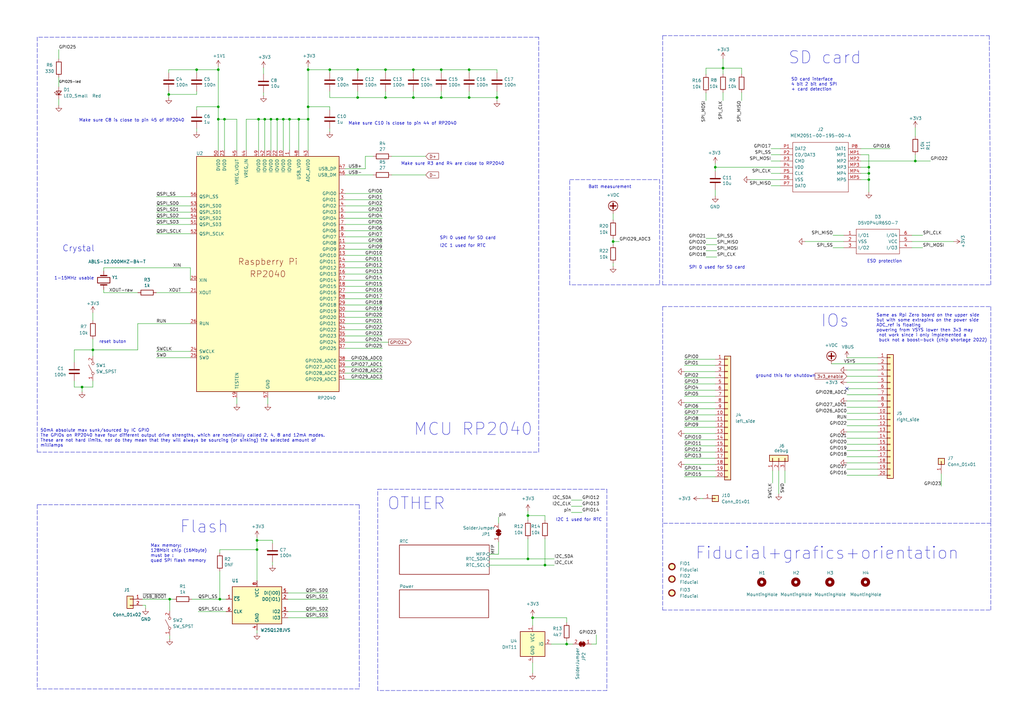
<source format=kicad_sch>
(kicad_sch (version 20211123) (generator eeschema)
  (paper "A3")
  (title_block (title "RP2040 learning board with Li ion battery and RTC") (rev "1"))
  (junction (at 169.545 40.005))
  (junction (at 203.835 40.005))
  (junction (at 218.44 253.365))
  (junction (at 108.585 48.895))
  (junction (at 118.745 48.895))
  (junction (at 106.045 48.895))
  (junction (at 90.17 245.745))
  (junction (at 105.41 221.615))
  (junction (at 89.535 48.895))
  (junction (at 375.412 66.04))
  (junction (at 126.365 48.895))
  (junction (at 89.535 43.815))
  (junction (at 113.665 48.895))
  (junction (at 192.405 28.575))
  (junction (at 89.535 28.575))
  (junction (at 192.405 40.005))
  (junction (at 111.125 48.895))
  (junction (at 69.215 38.735))
  (junction (at 296.545 27.94))
  (junction (at 80.645 28.575))
  (junction (at 126.365 43.815))
  (junction (at 158.115 40.005))
  (junction (at 116.205 48.895))
  (junction (at 135.255 28.575))
  (junction (at 158.115 28.575))
  (junction (at 293.37 68.58))
  (junction (at 180.975 28.575))
  (junction (at 356.362 68.58))
  (junction (at 146.685 40.005))
  (junction (at 69.596 245.745))
  (junction (at 251.46 99.06))
  (junction (at 38.1 143.51))
  (junction (at 216.535 229.235))
  (junction (at 146.685 28.575))
  (junction (at 180.975 40.005))
  (junction (at 223.52 231.775))
  (junction (at 356.362 73.66))
  (junction (at 33.655 158.75))
  (junction (at 122.555 48.895))
  (junction (at 126.365 28.575))
  (junction (at 356.362 71.12))
  (junction (at 232.41 264.16))
  (junction (at 105.41 225.425))
  (junction (at 92.075 48.895))
  (junction (at 169.545 28.575))
  (junction (at 216.535 211.455))
  (no_connect (at 347.345 159.385))
  (wire (pts (xy 141.605 132.715) (xy 156.845 132.715)))
  (wire (pts (xy 304.165 37.973) (xy 304.165 41.275)))
  (wire (pts (xy 169.545 37.465) (xy 169.545 40.005)))
  (wire (pts (xy 80.645 38.735) (xy 80.645 37.465)))
  (wire (pts (xy 89.535 28.575) (xy 89.535 43.815)))
  (wire (pts (xy 280.67 187.96) (xy 293.37 187.96)))
  (wire (pts (xy 360.045 187.325) (xy 347.345 187.325)))
  (wire (pts (xy 216.535 209.55) (xy 216.535 211.455)))
  (wire (pts (xy 280.67 147.32) (xy 293.37 147.32)))
  (wire (pts (xy 38.1 139.065) (xy 38.1 143.51)))
  (wire (pts (xy 64.135 86.995) (xy 78.105 86.995)))
  (polyline (pts (xy 248.92 200.66) (xy 248.92 283.21)))
  (wire (pts (xy 244.602 264.16) (xy 242.57 264.16)))
  (wire (pts (xy 346.075 96.52) (xy 341.63 96.52)))
  (wire (pts (xy 59.69 248.285) (xy 59.69 249.555)))
  (wire (pts (xy 304.165 27.94) (xy 304.165 30.353)))
  (wire (pts (xy 356.362 63.5) (xy 356.362 68.58)))
  (wire (pts (xy 280.67 190.5) (xy 293.37 190.5)))
  (wire (pts (xy 192.405 29.845) (xy 192.405 28.575)))
  (wire (pts (xy 375.412 52.324) (xy 375.412 55.88)))
  (wire (pts (xy 146.685 29.845) (xy 146.685 28.575)))
  (wire (pts (xy 141.605 94.615) (xy 156.845 94.615)))
  (wire (pts (xy 234.315 210.185) (xy 238.76 210.185)))
  (wire (pts (xy 89.535 48.895) (xy 89.535 61.595)))
  (wire (pts (xy 280.67 160.02) (xy 293.37 160.02)))
  (wire (pts (xy 141.605 89.535) (xy 156.845 89.535)))
  (wire (pts (xy 80.645 52.705) (xy 80.645 53.975)))
  (wire (pts (xy 200.66 229.235) (xy 216.535 229.235)))
  (wire (pts (xy 360.045 159.385) (xy 347.345 159.385)))
  (wire (pts (xy 204.47 222.25) (xy 204.47 227.33)))
  (wire (pts (xy 360.045 182.245) (xy 347.345 182.245)))
  (wire (pts (xy 69.215 38.735) (xy 80.645 38.735)))
  (wire (pts (xy 78.105 132.715) (xy 56.515 132.715)))
  (wire (pts (xy 374.015 96.52) (xy 378.46 96.52)))
  (polyline (pts (xy 220.98 185.42) (xy 220.98 15.24)))
  (wire (pts (xy 280.67 162.56) (xy 293.37 162.56)))
  (wire (pts (xy 80.645 28.575) (xy 89.535 28.575)))
  (wire (pts (xy 69.596 260.731) (xy 69.596 262.001)))
  (wire (pts (xy 251.46 87.63) (xy 251.46 90.17)))
  (wire (pts (xy 356.362 71.12) (xy 356.362 73.66)))
  (wire (pts (xy 64.135 84.455) (xy 78.105 84.455)))
  (wire (pts (xy 280.67 165.1) (xy 293.37 165.1)))
  (wire (pts (xy 141.605 147.955) (xy 156.845 147.955)))
  (wire (pts (xy 78.105 114.935) (xy 78.105 109.855)))
  (wire (pts (xy 226.06 264.16) (xy 232.41 264.16)))
  (wire (pts (xy 24.13 20.32) (xy 24.13 24.13)))
  (wire (pts (xy 192.405 37.465) (xy 192.405 40.005)))
  (wire (pts (xy 347.345 146.685) (xy 360.045 146.685)))
  (wire (pts (xy 347.345 174.625) (xy 360.045 174.625)))
  (wire (pts (xy 316.23 60.96) (xy 320.04 60.96)))
  (polyline (pts (xy 271.78 116.84) (xy 406.4 116.84)))
  (wire (pts (xy 126.365 43.815) (xy 126.365 48.895)))
  (wire (pts (xy 69.215 29.845) (xy 69.215 28.575)))
  (wire (pts (xy 118.745 48.895) (xy 118.745 61.595)))
  (wire (pts (xy 141.605 142.875) (xy 156.845 142.875)))
  (wire (pts (xy 118.11 243.205) (xy 134.62 243.205)))
  (wire (pts (xy 100.965 48.895) (xy 106.045 48.895)))
  (wire (pts (xy 232.41 262.89) (xy 232.41 264.16)))
  (wire (pts (xy 234.315 207.645) (xy 238.76 207.645)))
  (wire (pts (xy 289.56 38.1) (xy 289.56 41.275)))
  (wire (pts (xy 203.835 37.465) (xy 203.835 40.005)))
  (wire (pts (xy 33.655 158.75) (xy 30.48 158.75)))
  (wire (pts (xy 158.115 40.005) (xy 146.685 40.005)))
  (wire (pts (xy 169.545 40.005) (xy 158.115 40.005)))
  (wire (pts (xy 141.605 86.995) (xy 156.845 86.995)))
  (wire (pts (xy 118.745 48.895) (xy 122.555 48.895)))
  (wire (pts (xy 97.155 61.595) (xy 97.155 48.895)))
  (wire (pts (xy 89.535 43.815) (xy 89.535 48.895)))
  (wire (pts (xy 90.17 245.745) (xy 92.71 245.745)))
  (wire (pts (xy 280.67 175.26) (xy 293.37 175.26)))
  (wire (pts (xy 218.44 253.365) (xy 218.44 256.54)))
  (polyline (pts (xy 248.92 283.21) (xy 154.94 283.21)))
  (wire (pts (xy 141.605 97.155) (xy 156.845 97.155)))
  (wire (pts (xy 216.535 229.235) (xy 227.33 229.235)))
  (wire (pts (xy 192.405 28.575) (xy 203.835 28.575)))
  (wire (pts (xy 42.545 120.015) (xy 56.515 120.015)))
  (wire (pts (xy 135.255 28.575) (xy 146.685 28.575)))
  (wire (pts (xy 24.13 31.75) (xy 24.13 35.56)))
  (wire (pts (xy 105.41 220.345) (xy 105.41 221.615)))
  (wire (pts (xy 126.365 43.815) (xy 135.255 43.815)))
  (wire (pts (xy 296.545 27.94) (xy 296.545 30.353)))
  (wire (pts (xy 158.115 37.465) (xy 158.115 40.005)))
  (wire (pts (xy 141.605 122.555) (xy 156.845 122.555)))
  (wire (pts (xy 347.345 189.865) (xy 360.045 189.865)))
  (wire (pts (xy 58.42 248.285) (xy 59.69 248.285)))
  (wire (pts (xy 280.67 177.8) (xy 293.37 177.8)))
  (wire (pts (xy 244.602 260.35) (xy 244.602 264.16)))
  (wire (pts (xy 280.67 185.42) (xy 293.37 185.42)))
  (wire (pts (xy 30.48 143.51) (xy 38.1 143.51)))
  (wire (pts (xy 293.37 68.58) (xy 293.37 70.231)))
  (wire (pts (xy 347.345 154.305) (xy 360.045 154.305)))
  (wire (pts (xy 89.535 27.305) (xy 89.535 28.575)))
  (wire (pts (xy 223.52 211.455) (xy 223.52 213.36)))
  (wire (pts (xy 149.86 64.135) (xy 149.86 69.215)))
  (wire (pts (xy 141.605 135.255) (xy 156.845 135.255)))
  (wire (pts (xy 64.135 89.535) (xy 78.105 89.535)))
  (wire (pts (xy 346.075 101.6) (xy 341.63 101.6)))
  (wire (pts (xy 141.605 120.015) (xy 156.845 120.015)))
  (wire (pts (xy 141.605 130.175) (xy 156.845 130.175)))
  (wire (pts (xy 353.06 63.5) (xy 356.362 63.5)))
  (polyline (pts (xy 154.94 200.66) (xy 248.92 200.66)))
  (wire (pts (xy 92.075 61.595) (xy 92.075 48.895)))
  (wire (pts (xy 169.545 29.845) (xy 169.545 28.575)))
  (wire (pts (xy 78.105 95.885) (xy 64.135 95.885)))
  (wire (pts (xy 347.345 177.165) (xy 360.045 177.165)))
  (wire (pts (xy 280.67 154.94) (xy 293.37 154.94)))
  (polyline (pts (xy 406.4 214.63) (xy 271.78 214.63)))
  (wire (pts (xy 42.545 118.745) (xy 42.545 120.015)))
  (wire (pts (xy 289.56 27.94) (xy 289.56 30.48)))
  (wire (pts (xy 69.215 28.575) (xy 80.645 28.575)))
  (polyline (pts (xy 271.78 14.605) (xy 271.78 116.84)))
  (wire (pts (xy 146.685 37.465) (xy 146.685 40.005)))
  (wire (pts (xy 141.605 99.695) (xy 156.845 99.695)))
  (wire (pts (xy 180.975 29.845) (xy 180.975 28.575)))
  (wire (pts (xy 33.655 158.75) (xy 33.655 160.655)))
  (wire (pts (xy 69.596 245.745) (xy 58.42 245.745)))
  (wire (pts (xy 160.655 64.135) (xy 174.625 64.135)))
  (wire (pts (xy 108.585 61.595) (xy 108.585 48.895)))
  (polyline (pts (xy 406.4 125.73) (xy 406.4 214.63)))
  (polyline (pts (xy 270.51 73.66) (xy 270.51 116.84)))
  (wire (pts (xy 216.535 213.36) (xy 216.535 211.455)))
  (wire (pts (xy 111.76 221.615) (xy 105.41 221.615)))
  (wire (pts (xy 78.105 144.145) (xy 64.135 144.145)))
  (wire (pts (xy 353.06 66.04) (xy 375.412 66.04)))
  (wire (pts (xy 141.605 127.635) (xy 156.845 127.635)))
  (wire (pts (xy 108.077 37.973) (xy 108.077 39.243)))
  (wire (pts (xy 316.23 66.04) (xy 320.04 66.04)))
  (polyline (pts (xy 271.78 125.73) (xy 271.78 214.63)))
  (wire (pts (xy 218.44 252.73) (xy 218.44 253.365)))
  (wire (pts (xy 289.56 102.87) (xy 294.005 102.87)))
  (wire (pts (xy 289.56 105.41) (xy 294.005 105.41)))
  (wire (pts (xy 321.945 193.04) (xy 321.945 198.12)))
  (wire (pts (xy 56.515 132.715) (xy 56.515 143.51)))
  (wire (pts (xy 289.56 100.33) (xy 294.005 100.33)))
  (polyline (pts (xy 154.94 283.21) (xy 154.94 200.66)))
  (wire (pts (xy 135.255 45.085) (xy 135.255 43.815)))
  (wire (pts (xy 180.975 28.575) (xy 192.405 28.575)))
  (wire (pts (xy 251.46 99.06) (xy 251.46 100.33)))
  (wire (pts (xy 141.605 112.395) (xy 156.845 112.395)))
  (wire (pts (xy 141.605 125.095) (xy 156.845 125.095)))
  (wire (pts (xy 347.345 156.845) (xy 360.045 156.845)))
  (wire (pts (xy 97.155 163.195) (xy 97.155 165.735)))
  (polyline (pts (xy 271.78 14.605) (xy 405.765 14.605)))
  (wire (pts (xy 141.605 71.755) (xy 153.035 71.755)))
  (wire (pts (xy 108.077 27.813) (xy 108.077 30.353)))
  (wire (pts (xy 111.76 222.885) (xy 111.76 221.615)))
  (wire (pts (xy 360.045 164.465) (xy 347.345 164.465)))
  (wire (pts (xy 80.645 43.815) (xy 89.535 43.815)))
  (wire (pts (xy 141.605 69.215) (xy 149.86 69.215)))
  (wire (pts (xy 146.685 28.575) (xy 158.115 28.575)))
  (wire (pts (xy 111.76 230.505) (xy 111.76 231.775)))
  (wire (pts (xy 42.545 111.125) (xy 42.545 109.855)))
  (wire (pts (xy 287.02 204.47) (xy 288.29 204.47)))
  (wire (pts (xy 141.605 114.935) (xy 156.845 114.935)))
  (polyline (pts (xy 15.24 185.42) (xy 220.98 185.42)))
  (wire (pts (xy 360.045 192.405) (xy 347.345 192.405)))
  (polyline (pts (xy 147.32 207.01) (xy 15.24 207.01)))
  (wire (pts (xy 234.315 205.105) (xy 238.76 205.105)))
  (wire (pts (xy 118.11 253.365) (xy 134.62 253.365)))
  (wire (pts (xy 38.1 158.75) (xy 33.655 158.75)))
  (wire (pts (xy 113.665 48.895) (xy 116.205 48.895)))
  (wire (pts (xy 280.67 195.58) (xy 293.37 195.58)))
  (wire (pts (xy 280.67 172.72) (xy 293.37 172.72)))
  (wire (pts (xy 356.362 68.58) (xy 356.362 71.12)))
  (wire (pts (xy 111.125 61.595) (xy 111.125 48.895)))
  (polyline (pts (xy 15.24 207.01) (xy 15.24 282.575)))
  (wire (pts (xy 38.1 143.51) (xy 56.515 143.51)))
  (polyline (pts (xy 271.78 250.19) (xy 406.4 250.19)))
  (polyline (pts (xy 147.32 207.01) (xy 147.32 282.575)))
  (wire (pts (xy 141.605 81.915) (xy 156.845 81.915)))
  (wire (pts (xy 293.37 68.58) (xy 320.04 68.58)))
  (wire (pts (xy 135.255 37.465) (xy 135.255 40.005)))
  (wire (pts (xy 118.11 245.745) (xy 134.62 245.745)))
  (wire (pts (xy 42.545 109.855) (xy 78.105 109.855)))
  (wire (pts (xy 38.1 128.27) (xy 38.1 131.445)))
  (wire (pts (xy 293.37 67.056) (xy 293.37 68.58)))
  (wire (pts (xy 126.365 28.575) (xy 126.365 43.815)))
  (wire (pts (xy 353.06 60.96) (xy 365.125 60.96)))
  (wire (pts (xy 69.215 37.465) (xy 69.215 38.735)))
  (wire (pts (xy 135.255 29.845) (xy 135.255 28.575)))
  (wire (pts (xy 80.645 45.085) (xy 80.645 43.815)))
  (wire (pts (xy 204.47 212.09) (xy 204.47 214.63)))
  (wire (pts (xy 135.255 52.705) (xy 135.255 53.975)))
  (wire (pts (xy 78.74 245.745) (xy 90.17 245.745)))
  (wire (pts (xy 251.46 99.06) (xy 254 99.06)))
  (wire (pts (xy 203.835 40.005) (xy 203.835 41.275)))
  (wire (pts (xy 90.17 234.315) (xy 90.17 245.745)))
  (wire (pts (xy 347.345 169.545) (xy 360.045 169.545)))
  (polyline (pts (xy 15.24 282.575) (xy 147.32 282.575)))
  (wire (pts (xy 158.115 28.575) (xy 169.545 28.575)))
  (wire (pts (xy 316.23 71.12) (xy 320.04 71.12)))
  (wire (pts (xy 106.045 61.595) (xy 106.045 48.895)))
  (wire (pts (xy 92.075 48.895) (xy 89.535 48.895)))
  (wire (pts (xy 30.48 156.21) (xy 30.48 158.75)))
  (wire (pts (xy 200.66 231.775) (xy 223.52 231.775)))
  (wire (pts (xy 169.545 28.575) (xy 180.975 28.575)))
  (wire (pts (xy 360.045 184.785) (xy 347.345 184.785)))
  (wire (pts (xy 126.365 48.895) (xy 126.365 61.595)))
  (wire (pts (xy 360.045 167.005) (xy 347.345 167.005)))
  (wire (pts (xy 158.115 29.845) (xy 158.115 28.575)))
  (polyline (pts (xy 270.51 116.84) (xy 233.68 116.84)))
  (wire (pts (xy 78.105 80.645) (xy 64.135 80.645)))
  (wire (pts (xy 141.605 84.455) (xy 156.845 84.455)))
  (wire (pts (xy 38.1 143.51) (xy 38.1 146.05)))
  (wire (pts (xy 78.105 146.685) (xy 64.135 146.685)))
  (wire (pts (xy 316.23 63.5) (xy 320.04 63.5)))
  (polyline (pts (xy 233.68 73.66) (xy 270.51 73.66)))
  (wire (pts (xy 340.995 149.225) (xy 360.045 149.225)))
  (wire (pts (xy 30.48 143.51) (xy 30.48 148.59)))
  (wire (pts (xy 141.605 137.795) (xy 156.845 137.795)))
  (wire (pts (xy 251.46 107.95) (xy 251.46 109.22)))
  (wire (pts (xy 360.045 194.945) (xy 347.345 194.945)))
  (wire (pts (xy 356.362 73.66) (xy 353.06 73.66)))
  (wire (pts (xy 71.12 245.745) (xy 69.596 245.745)))
  (wire (pts (xy 232.41 253.365) (xy 218.44 253.365)))
  (wire (pts (xy 105.41 225.425) (xy 105.41 238.125)))
  (wire (pts (xy 113.665 61.595) (xy 113.665 48.895)))
  (wire (pts (xy 280.67 152.4) (xy 293.37 152.4)))
  (wire (pts (xy 223.52 231.775) (xy 227.33 231.775)))
  (wire (pts (xy 251.46 97.79) (xy 251.46 99.06)))
  (polyline (pts (xy 271.78 125.73) (xy 406.4 125.73)))
  (wire (pts (xy 289.56 27.94) (xy 296.545 27.94)))
  (polyline (pts (xy 220.98 15.24) (xy 15.24 15.24)))
  (wire (pts (xy 64.135 120.015) (xy 78.105 120.015)))
  (wire (pts (xy 106.045 48.895) (xy 108.585 48.895)))
  (polyline (pts (xy 271.78 214.63) (xy 271.78 250.19)))
  (wire (pts (xy 160.655 71.755) (xy 174.625 71.755)))
  (wire (pts (xy 64.135 92.075) (xy 78.105 92.075)))
  (wire (pts (xy 109.855 163.195) (xy 109.855 165.735)))
  (wire (pts (xy 280.67 167.64) (xy 293.37 167.64)))
  (wire (pts (xy 141.605 104.775) (xy 156.845 104.775)))
  (wire (pts (xy 116.205 61.595) (xy 116.205 48.895)))
  (wire (pts (xy 97.155 48.895) (xy 92.075 48.895)))
  (wire (pts (xy 180.975 37.465) (xy 180.975 40.005)))
  (wire (pts (xy 90.17 225.425) (xy 105.41 225.425)))
  (wire (pts (xy 141.605 150.495) (xy 156.845 150.495)))
  (wire (pts (xy 180.975 40.005) (xy 169.545 40.005)))
  (wire (pts (xy 69.215 38.735) (xy 69.215 40.005)))
  (wire (pts (xy 319.405 193.04) (xy 319.405 202.565)))
  (wire (pts (xy 316.865 193.04) (xy 316.865 198.12)))
  (wire (pts (xy 360.045 179.705) (xy 347.345 179.705)))
  (wire (pts (xy 216.535 211.455) (xy 223.52 211.455)))
  (wire (pts (xy 146.685 40.005) (xy 135.255 40.005)))
  (wire (pts (xy 280.67 182.88) (xy 293.37 182.88)))
  (polyline (pts (xy 406.4 250.19) (xy 406.4 214.63)))
  (wire (pts (xy 307.594 73.66) (xy 320.04 73.66)))
  (wire (pts (xy 141.605 92.075) (xy 156.845 92.075)))
  (wire (pts (xy 296.545 24.13) (xy 296.545 27.94)))
  (wire (pts (xy 141.605 107.315) (xy 156.845 107.315)))
  (wire (pts (xy 192.405 40.005) (xy 180.975 40.005)))
  (wire (pts (xy 116.205 48.895) (xy 118.745 48.895)))
  (wire (pts (xy 347.345 172.085) (xy 360.045 172.085)))
  (wire (pts (xy 90.17 226.695) (xy 90.17 225.425)))
  (wire (pts (xy 234.95 264.16) (xy 232.41 264.16)))
  (wire (pts (xy 141.605 117.475) (xy 156.845 117.475)))
  (wire (pts (xy 141.605 155.575) (xy 156.845 155.575)))
  (wire (pts (xy 100.965 61.595) (xy 100.965 48.895)))
  (wire (pts (xy 353.06 71.12) (xy 356.362 71.12)))
  (wire (pts (xy 105.41 221.615) (xy 105.41 225.425)))
  (wire (pts (xy 280.67 157.48) (xy 293.37 157.48)))
  (wire (pts (xy 203.835 29.845) (xy 203.835 28.575)))
  (wire (pts (xy 386.08 194.31) (xy 386.08 199.39)))
  (wire (pts (xy 218.44 271.78) (xy 218.44 276.098)))
  (wire (pts (xy 347.345 151.765) (xy 360.045 151.765)))
  (wire (pts (xy 122.555 48.895) (xy 126.365 48.895)))
  (wire (pts (xy 280.67 180.34) (xy 293.37 180.34)))
  (wire (pts (xy 280.67 170.18) (xy 293.37 170.18)))
  (wire (pts (xy 122.555 61.595) (xy 122.555 48.895)))
  (wire (pts (xy 374.015 101.6) (xy 378.46 101.6)))
  (wire (pts (xy 223.52 220.98) (xy 223.52 231.775)))
  (wire (pts (xy 149.86 64.135) (xy 153.035 64.135)))
  (wire (pts (xy 374.015 99.06) (xy 391.16 99.06)))
  (polyline (pts (xy 15.24 15.24) (xy 15.24 185.42)))
  (wire (pts (xy 293.37 77.851) (xy 293.37 80.391)))
  (wire (pts (xy 126.365 28.575) (xy 135.255 28.575)))
  (wire (pts (xy 81.28 250.825) (xy 92.71 250.825)))
  (wire (pts (xy 232.41 255.27) (xy 232.41 253.365)))
  (polyline (pts (xy 406.4 116.84) (xy 405.765 14.605)))
  (wire (pts (xy 289.56 97.79) (xy 294.005 97.79)))
  (wire (pts (xy 375.412 63.5) (xy 375.412 66.04)))
  (wire (pts (xy 353.06 68.58) (xy 356.362 68.58)))
  (wire (pts (xy 141.605 140.335) (xy 159.385 140.335)))
  (wire (pts (xy 141.605 109.855) (xy 156.845 109.855)))
  (wire (pts (xy 316.23 76.2) (xy 320.04 76.2)))
  (polyline (pts (xy 233.68 116.84) (xy 233.68 73.66)))
  (wire (pts (xy 296.545 37.973) (xy 296.545 41.275)))
  (wire (pts (xy 280.67 193.04) (xy 293.37 193.04)))
  (wire (pts (xy 105.41 258.445) (xy 105.41 259.715)))
  (wire (pts (xy 111.125 48.895) (xy 113.665 48.895)))
  (wire (pts (xy 126.365 27.305) (xy 126.365 28.575)))
  (wire (pts (xy 118.11 250.825) (xy 134.62 250.825)))
  (wire (pts (xy 24.13 40.64) (xy 24.13 43.18)))
  (wire (pts (xy 108.585 48.895) (xy 111.125 48.895)))
  (wire (pts (xy 356.362 78.74) (xy 356.362 73.66)))
  (wire (pts (xy 80.645 29.845) (xy 80.645 28.575)))
  (wire (pts (xy 141.605 153.035) (xy 156.845 153.035)))
  (wire (pts (xy 38.1 156.21) (xy 38.1 158.75)))
  (wire (pts (xy 192.405 40.005) (xy 203.835 40.005)))
  (wire (pts (xy 296.545 27.94) (xy 304.165 27.94)))
  (wire (pts (xy 216.535 220.98) (xy 216.535 229.235)))
  (wire (pts (xy 69.596 245.745) (xy 69.596 250.571)))
  (wire (pts (xy 200.66 227.33) (xy 204.47 227.33)))
  (wire (pts (xy 360.045 161.925) (xy 347.345 161.925)))
  (wire (pts (xy 141.605 102.235) (xy 156.845 102.235)))
  (wire (pts (xy 141.605 79.375) (xy 156.845 79.375)))
  (wire (pts (xy 330.2 99.06) (xy 346.075 99.06)))
  (wire (pts (xy 375.412 66.04) (xy 381.635 66.04)))
  (wire (pts (xy 280.67 149.86) (xy 293.37 149.86)))
  (text "I2C 1 used for RTC" (at 180.34 101.6 0) (effects (font (size 1.27 1.27)) (justify left bottom)))
  (text "Fiducial+grafics+orientation" (at 285.115 229.87 0) (effects (font (size 5 5)) (justify left bottom)))
  (text "SD card interface\n4 bit 2 bit and SPI\n+ card detection" (at 324.485 37.465 0) (effects (font (size 1.27 1.27)) (justify left bottom)))
  (text "OTHER" (at 158.75 209.55 0) (effects (font (size 5 5)) (justify left bottom)))
  (text "I2C 1 used for RTC" (at 227.965 213.995 0) (effects (font (size 1.27 1.27)) (justify left bottom)))
  (text "50mA absolute max sunk/sourced by IC GPIO\nThe GPIOs on RP2040 have four different output drive strengths, which are nominally called 2, 4, 8 and 12mA modes.\nThese are not hard limits, nor do they mean that they will always be sourcing (or sinking) the selected amount of\nmilliamps" (at 16.51 183.515 0) (effects (font (size 1.27 1.27)) (justify left bottom)))
  (text "IOs" (at 336.55 134.62 0) (effects (font (size 5 5)) (justify left bottom)))
  (text "Same as Rpi Zero board on the upper side\nbut with some extrapins on the power side\nADC_ref is floating\npowering from VSYS lower then 3v3 may\n not work since i only implemented a\n buck not a boost-buck (chip shortage 2022)" (at 359.41 140.335 0) (effects (font (size 1.27 1.27)) (justify left bottom)))
  (text "Flash" (at 73.66 219.075 0) (effects (font (size 5 5)) (justify left bottom)))
  (text "ground this for shutdown " (at 309.88 154.94 0) (effects (font (size 1.27 1.27)) (justify left bottom)))
  (text "Crystal" (at 25.527 103.505 0) (effects (font (size 2.54 2.54)) (justify left bottom)))
  (text "SD card" (at 323.215 26.67 0) (effects (font (size 5 5)) (justify left bottom)))
  (text "MCU RP2040" (at 169.545 179.07 0) (effects (font (size 5 5)) (justify left bottom)))
  (text "Make sure C8 is close to pin 45 of RP2040" (at 32.385 50.165 0) (effects (font (size 1.27 1.27)) (justify left bottom)))
  (text "SPI 0 used for SD card" (at 180.34 98.425 0) (effects (font (size 1.27 1.27)) (justify left bottom)))
  (text "Make sure R3 and R4 are close to RP2040" (at 164.465 67.945 0) (effects (font (size 1.27 1.27)) (justify left bottom)))
  (text "Max memory:\n128Mbit chip (16Mbyte)\nmust be :\nquad SPI flash memory" (at 61.722 230.759 0) (effects (font (size 1.27 1.27)) (justify left bottom)))
  (text "1-15MHz usable" (at 22.225 114.935 0) (effects (font (size 1.27 1.27)) (justify left bottom)))
  (text "Make sure C10 is close to pin 44 of RP2040" (at 142.875 51.435 0) (effects (font (size 1.27 1.27)) (justify left bottom)))
  (text "reset buton" (at 40.64 140.97 0) (effects (font (size 1.27 1.27)) (justify left bottom)))
  (text "SPI 0 used for SD card" (at 282.575 110.49 0) (effects (font (size 1.27 1.27)) (justify left bottom)))
  (text "ESD protection" (at 355.6 107.95 0) (effects (font (size 1.27 1.27)) (justify left bottom)))
  (text "Batt measurement" (at 241.3 77.47 0) (effects (font (size 1.27 1.27)) (justify left bottom)))
  (label "QSPI_SS" (at 81.28 245.745 0))
  (label "QSPI_SD2" (at 134.62 250.825 180))
  (label "GPIO26_ADC0" (at 347.345 169.545 180))
  (label "GPIO23" (at 386.08 199.39 180))
  (label "SPI_SS" (at 316.23 63.5 180))
  (label "RUN" (at 64.135 132.715 0))
  (label "GPIO6" (at 280.67 167.64 0))
  (label "GPIO18" (at 289.56 105.41 180))
  (label "GPIO16" (at 365.125 60.96 180))
  (label "~{USB_BOOT}" (at 58.42 245.745 0))
  (label "XOUT" (at 74.295 120.015 180))
  (label "GPIO17" (at 316.23 60.96 180))
  (label "GPIO25" (at 24.13 20.32 0))
  (label "SPI_MISO" (at 316.23 76.2 180))
  (label "GPIO0" (at 156.845 79.375 180))
  (label "GPIO11" (at 280.67 182.88 0))
  (label "QSPI_SD1" (at 134.62 245.745 180))
  (label "GPIO28_ADC2" (at 156.845 153.035 180))
  (label "USB+" (at 142.875 69.215 0))
  (label "I2C_SDA" (at 227.33 229.235 0))
  (label "SPI_CLK" (at 378.46 96.52 0))
  (label "GPIO11" (at 156.845 107.315 180))
  (label "QSPI_SD1" (at 64.135 86.995 0))
  (label "GPIO25-led" (at 24.13 34.29 0) (effects (font (size 1 1))))
  (label "GPIO24" (at 156.845 140.335 180))
  (label "GPIO14" (at 280.67 193.04 0))
  (label "GPIO8" (at 280.67 172.72 0))
  (label "XIN" (at 74.295 109.855 180))
  (label "SPI_MISO" (at 294.005 100.33 0))
  (label "pin" (at 204.47 212.09 0))
  (label "I2C_CLK" (at 234.315 207.645 180))
  (label "GPIO29_ADC3" (at 254 99.06 0))
  (label "GPIO15" (at 156.845 117.475 180))
  (label "GPIO4" (at 280.67 160.02 0))
  (label "GPIO9" (at 280.67 175.26 0))
  (label "GPIO22" (at 381.635 66.04 0))
  (label "GPIO5" (at 156.845 92.075 180))
  (label "GPIO15" (at 280.67 195.58 0))
  (label "SWD" (at 321.945 198.12 270))
  (label "GPIO20" (at 289.56 100.33 180))
  (label "GPIO2" (at 280.67 154.94 0))
  (label "GPIO20" (at 156.845 130.175 180))
  (label "SWD" (at 64.135 146.685 0))
  (label "GPIO12" (at 156.845 109.855 180))
  (label "SPI_CLK" (at 316.23 71.12 180))
  (label "QSPI_SD3" (at 134.62 253.365 180))
  (label "GPIO21" (at 347.345 179.705 180))
  (label "QSPI_SD0" (at 134.62 243.205 180))
  (label "VSYS" (at 346.075 149.225 0))
  (label "QSPI_SD3" (at 64.135 92.075 0))
  (label "GPIO27_ADC1" (at 347.345 167.005 180))
  (label "SPI_MOSI" (at 289.56 41.275 270))
  (label "GPIO3" (at 156.845 86.995 180))
  (label "QSPI_SCLK" (at 64.135 95.885 0))
  (label "I2C_SDA" (at 234.315 205.105 180))
  (label "GPIO29_ADC3" (at 156.845 155.575 180))
  (label "GPIO18" (at 347.345 187.325 180))
  (label "GPIO22" (at 347.345 174.625 180))
  (label "GPIO13" (at 238.76 207.645 0))
  (label "GPIO16" (at 347.345 194.945 180))
  (label "pin" (at 234.315 210.185 180))
  (label "QSPI_SD2" (at 64.135 89.535 0))
  (label "SPI_MISO" (at 341.63 96.52 180))
  (label "SPI_CLK" (at 296.545 41.275 270))
  (label "GPIO22" (at 156.845 135.255 180))
  (label "GPIO20" (at 347.345 182.245 180))
  (label "GPIO13" (at 156.845 112.395 180))
  (label "GPIO9" (at 156.845 102.235 180))
  (label "SPI_MISO" (at 304.165 41.275 270))
  (label "GPIO10" (at 280.67 180.34 0))
  (label "GPIO12" (at 280.67 185.42 0))
  (label "MFP" (at 203.2 227.33 90))
  (label "GPIO28_ADC2" (at 347.345 161.925 180))
  (label "GPIO19" (at 289.56 102.87 180))
  (label "GPIO13" (at 280.67 187.96 0))
  (label "SPI_SS" (at 341.63 101.6 180))
  (label "I2C_CLK" (at 227.33 231.775 0))
  (label "SPI_CLK" (at 294.005 105.41 0))
  (label "GPIO17" (at 347.345 192.405 180))
  (label "GPIO1" (at 280.67 149.86 0))
  (label "GPIO14" (at 156.845 114.935 180))
  (label "GPIO1" (at 156.845 81.915 180))
  (label "GPIO25" (at 156.845 142.875 180))
  (label "SPI_MOSI" (at 294.005 102.87 0))
  (label "GPIO18" (at 156.845 125.095 180))
  (label "GPIO12" (at 238.76 205.105 0))
  (label "XOUT-raw" (at 54.61 120.015 180))
  (label "USB-" (at 142.875 71.755 0))
  (label "QSPI_SCLK" (at 81.28 250.825 0))
  (label "GPIO26_ADC0" (at 156.845 147.955 180))
  (label "QSPI_SS" (at 64.135 80.645 0))
  (label "GPIO2" (at 156.845 84.455 180))
  (label "GPIO23" (at 244.602 260.35 180))
  (label "GPIO6" (at 156.845 94.615 180))
  (label "GPIO14" (at 238.76 210.185 0))
  (label "SWCLK" (at 316.865 198.12 270))
  (label "GPIO19" (at 156.845 127.635 180))
  (label "SWCLK" (at 64.135 144.145 0))
  (label "GPIO23" (at 156.845 137.795 180))
  (label "GPIO5" (at 280.67 162.56 0))
  (label "SPI_SS" (at 294.005 97.79 0))
  (label "GPIO21" (at 289.56 97.79 180))
  (label "SPI_MOSI" (at 378.46 101.6 0))
  (label "GPIO19" (at 347.345 184.785 180))
  (label "GPIO21" (at 156.845 132.715 180))
  (label "QSPI_SD0" (at 64.135 84.455 0))
  (label "GPIO8" (at 156.845 99.695 180))
  (label "GPIO17" (at 156.845 122.555 180))
  (label "GPIO16" (at 156.845 120.015 180))
  (label "RUN" (at 347.345 172.085 180))
  (label "GPIO7" (at 156.845 97.155 180))
  (label "GPIO0" (at 280.67 147.32 0))
  (label "GPIO4" (at 156.845 89.535 180))
  (label "GPIO3" (at 280.67 157.48 0))
  (label "GPIO27_ADC1" (at 156.845 150.495 180))
  (label "GPIO7" (at 280.67 170.18 0))
  (label "SPI_MOSI" (at 316.23 66.04 180))
  (label "GPIO10" (at 156.845 104.775 180))
  (global_label "D+" (shape input) (at 174.625 64.135 0) (property "Intersheet References" "${INTERSHEET_REFS}" (effects hide)))
  (global_label "3v3_enable" (shape input) (at 347.345 154.305 180) (property "Intersheet References" "${INTERSHEET_REFS}" (effects hide)))
  (global_label "GPIO24" (shape output) (at 159.385 140.335 0) (property "Intersheet References" "${INTERSHEET_REFS}" (effects hide)))
  (global_label "D-" (shape input) (at 174.625 71.755 0) (property "Intersheet References" "${INTERSHEET_REFS}" (effects hide)))
  (symbol (lib_id "Device:R") (at 251.46 93.98 0) (mirror x) (unit 1)
    (property "Reference" "R20" (at 247.65 92.71 0))
    (property "Value" "10k" (at 247.65 95.25 0))
    (property "Footprint" "Resistor_SMD:R_0603_1608Metric_Pad0.98x0.95mm_HandSolder" (effects hide))
  )
  (symbol (lib_id "Device:C") (at 30.48 152.4 0) (unit 1)
    (property "Reference" "C1" (at 23.495 151.13 0) (effects (justify left)))
    (property "Value" "100n" (at 22.225 153.67 0) (effects (justify left)))
    (property "Footprint" "Capacitor_SMD:C_0805_2012Metric_Pad1.18x1.45mm_HandSolder" (effects hide))
  )
  (symbol (lib_id "Device:C") (at 158.115 33.655 0) (unit 1)
    (property "Reference" "C13" (at 161.036 32.4866 0) (effects (justify left)))
    (property "Value" "100n" (at 161.036 34.798 0) (effects (justify left)))
    (property "Footprint" "Capacitor_SMD:C_0805_2012Metric_Pad1.18x1.45mm_HandSolder" (effects hide))
  )
  (symbol (lib_id "Device:LED_Small") (at 24.13 38.1 90) (unit 1)
    (property "Reference" "D1" (at 26.035 36.7664 90) (effects (justify right)))
    (property "Value" "LED_Small  Red" (at 26.035 39.3064 90) (effects (justify right)))
    (property "Footprint" "LED_SMD:LED_0603_1608Metric_Pad1.05x0.95mm_HandSolder" (effects hide))
  )
  (symbol (lib_id "Device:R") (at 375.412 59.69 180) (unit 1)
    (property "Reference" "R11" (at 380.6698 59.69 90))
    (property "Value" "10k" (at 378.3584 59.69 90))
    (property "Footprint" "Resistor_SMD:R_0603_1608Metric_Pad0.98x0.95mm_HandSolder" (effects hide))
  )
  (symbol (lib_id "Device:C") (at 69.215 33.655 0) (unit 1)
    (property "Reference" "C4" (at 72.136 32.4866 0) (effects (justify left)))
    (property "Value" "100n" (at 72.136 34.798 0) (effects (justify left)))
    (property "Footprint" "Capacitor_SMD:C_0805_2012Metric_Pad1.18x1.45mm_HandSolder" (effects hide))
  )
  (symbol (lib_id "Mechanical:MountingHole") (at 354.965 238.76 0) (unit 1) (in_bom no)
    (property "Reference" "H4" (at 353.695 234.95 0) (effects (justify left)))
    (property "Value" "MountingHole" (at 348.615 243.84 0) (effects (justify left)))
    (property "Footprint" "MountingHole:MountingHole_3.2mm_M3" (effects hide))
  )
  (symbol (lib_id "Device:R") (at 156.845 64.135 270) (unit 1)
    (property "Reference" "R4" (at 156.845 58.8772 90))
    (property "Value" "27" (at 156.845 61.1886 90))
    (property "Footprint" "Resistor_SMD:R_0603_1608Metric_Pad0.98x0.95mm_HandSolder" (effects hide))
  )
  (symbol (lib_id "Device:C") (at 108.077 34.163 0) (unit 1)
    (property "Reference" "C8" (at 110.998 32.9946 0) (effects (justify left)))
    (property "Value" "10u" (at 110.998 35.306 0) (effects (justify left)))
    (property "Footprint" "Capacitor_THT:CP_Radial_D8.0mm_P3.50mm" (effects hide))
  )
  (symbol (lib_id "SamacSys_Parts:MEM2051-00-195-00-A") (at 320.04 60.96 0) (unit 1)
    (property "Reference" "J2" (at 336.55 53.086 0))
    (property "Value" "MEM2051-00-195-00-A" (at 336.55 55.626 0))
    (property "Footprint" "SamacSys_Parts:MEM20510019500A" (effects hide))
    (property "Datasheet" "https://gct.co/files/drawings/mem2051.pdf" (effects hide))
    (property "Description" "MICRO SD PUSH PUSH, OPEN, SMT, 1" (effects hide))
    (property "Height" "2.05" (effects hide))
    (property "Mouser Part Number" "640-MEM20510019500A" (effects hide))
    (property "Mouser Price/Stock" "https://www.mouser.co.uk/ProductDetail/GCT/MEM2051-00-195-00-A?qs=KUoIvG%2F9Ilat7yfJRNWXUQ%3D%3D" (effects hide))
    (property "Manufacturer_Name" "GCT (GLOBAL CONNECTOR TECHNOLOGY)" (effects hide))
    (property "Manufacturer_Part_Number" "MEM2051-00-195-00-A" (effects hide))
  )
  (symbol (lib_id "Device:C") (at 135.255 48.895 0) (unit 1)
    (property "Reference" "C10" (at 138.176 47.7266 0) (effects (justify left)))
    (property "Value" "1u" (at 138.176 50.038 0) (effects (justify left)))
    (property "Footprint" "Capacitor_SMD:C_0805_2012Metric_Pad1.18x1.45mm_HandSolder" (effects hide))
  )
  (symbol (lib_id "power:GND") (at 251.46 109.22 0) (unit 1)
    (property "Reference" "#PWR070" (effects hide))
    (property "Value" "GND" (effects hide))
  )
  (symbol (lib_id "power:+3V3") (at 296.545 24.13 0) (unit 1)
    (property "Reference" "#PWR027" (effects hide))
    (property "Value" "+3V3" (at 296.545 20.32 0))
  )
  (symbol (lib_id "Mechanical:Fiducial") (at 275.59 232.41 0) (unit 1) (in_bom no)
    (property "Reference" "FID1" (at 278.765 231.1399 0) (effects (justify left)))
    (property "Value" "Fiducial" (at 278.765 233.6799 0) (effects (justify left)))
    (property "Footprint" "Fiducial:Fiducial_0.5mm_Mask1mm" (effects hide))
  )
  (symbol (lib_id "power:+3V3") (at 105.41 220.345 0) (unit 1)
    (property "Reference" "#PWR02" (effects hide))
    (property "Value" "+3V3" (at 105.791 215.9508 0))
  )
  (symbol (lib_id "Mechanical:Fiducial") (at 275.59 237.49 0) (unit 1) (in_bom no)
    (property "Reference" "FID2" (at 278.765 236.2199 0) (effects (justify left)))
    (property "Value" "Fiducial" (at 278.765 238.7599 0) (effects (justify left)))
    (property "Footprint" "Symbol:KiCad-Logo2_8mm_SilkScreen" (effects hide))
  )
  (symbol (lib_id "power:VBUS") (at 347.345 146.685 0) (unit 1)
    (property "Reference" "#PWR025" (effects hide))
    (property "Value" "VBUS" (at 347.726 142.2908 0))
  )
  (symbol (lib_id "Switch:SW_SPST") (at 69.596 255.651 90) (unit 1)
    (property "Reference" "SW2" (at 70.866 254.3809 90) (effects (justify right)))
    (property "Value" "SW_SPST" (at 70.866 256.9209 90) (effects (justify right)))
    (property "Footprint" "SamacSys_Parts:PTS526SK15SMTR2LFS" (effects hide))
  )
  (symbol (lib_id "Device:R") (at 251.46 104.14 0) (mirror x) (unit 1)
    (property "Reference" "R22" (at 247.65 102.87 0))
    (property "Value" "10k" (at 247.65 105.41 0))
    (property "Footprint" "Resistor_SMD:R_0603_1608Metric_Pad0.98x0.95mm_HandSolder" (effects hide))
  )
  (symbol (lib_id "power:+3V3") (at 375.412 52.324 0) (unit 1)
    (property "Reference" "#PWR032" (effects hide))
    (property "Value" "+3V3" (at 375.412 48.514 0))
  )
  (symbol (lib_id "Device:R") (at 60.325 120.015 270) (unit 1)
    (property "Reference" "R3" (at 60.325 114.7572 90))
    (property "Value" "1k" (at 60.325 117.0686 90))
    (property "Footprint" "Resistor_SMD:R_0603_1608Metric_Pad0.98x0.95mm_HandSolder" (effects hide))
  )
  (symbol (lib_id "Device:R") (at 38.1 135.255 0) (mirror x) (unit 1)
    (property "Reference" "R7" (at 34.29 133.985 0))
    (property "Value" "10k" (at 34.29 136.525 0))
    (property "Footprint" "Resistor_SMD:R_0603_1608Metric_Pad0.98x0.95mm_HandSolder" (effects hide))
  )
  (symbol (lib_id "Connector_Generic:Conn_01x03") (at 319.405 187.96 90) (unit 1)
    (property "Reference" "J6" (at 319.405 182.88 90) (effects (justify right)))
    (property "Value" "debug" (at 317.5 184.785 90) (effects (justify right)))
    (property "Footprint" "Connector_PinSocket_2.54mm:PinSocket_1x03_P2.54mm_Vertical" (effects hide))
  )
  (symbol (lib_id "power:+3.3V") (at 293.37 67.056 0) (mirror y) (unit 1)
    (property "Reference" "#PWR019" (effects hide))
    (property "Value" "+3.3V" (at 292.989 62.6618 0))
  )
  (symbol (lib_id "Device:C") (at 180.975 33.655 0) (unit 1)
    (property "Reference" "C15" (at 183.896 32.4866 0) (effects (justify left)))
    (property "Value" "100n" (at 183.896 34.798 0) (effects (justify left)))
    (property "Footprint" "Capacitor_SMD:C_0805_2012Metric_Pad1.18x1.45mm_HandSolder" (effects hide))
  )
  (symbol (lib_id "Mechanical:MountingHole") (at 340.36 238.76 0) (unit 1) (in_bom no)
    (property "Reference" "H3" (at 339.09 234.95 0) (effects (justify left)))
    (property "Value" "MountingHole" (at 334.01 243.84 0) (effects (justify left)))
    (property "Footprint" "MountingHole:MountingHole_3.2mm_M3" (effects hide))
  )
  (symbol (lib_id "power:GND") (at 105.41 259.715 0) (unit 1)
    (property "Reference" "#PWR03" (effects hide))
    (property "Value" "GND" (effects hide))
  )
  (symbol (lib_id "power:GND") (at 80.645 53.975 0) (unit 1)
    (property "Reference" "#PWR08" (effects hide))
    (property "Value" "GND" (effects hide))
  )
  (symbol (lib_id "Device:C") (at 203.835 33.655 0) (unit 1)
    (property "Reference" "C17" (at 206.756 32.4866 0) (effects (justify left)))
    (property "Value" "100n" (at 206.756 34.798 0) (effects (justify left)))
    (property "Footprint" "Capacitor_SMD:C_0805_2012Metric_Pad1.18x1.45mm_HandSolder" (effects hide))
  )
  (symbol (lib_id "power:GND") (at 69.215 40.005 0) (unit 1)
    (property "Reference" "#PWR06" (effects hide))
    (property "Value" "GND" (effects hide))
  )
  (symbol (lib_id "power:GND") (at 347.345 151.765 270) (mirror x) (unit 1)
    (property "Reference" "#PWR053" (effects hide))
    (property "Value" "GND" (effects hide))
  )
  (symbol (lib_id "Mechanical:MountingHole") (at 312.42 238.76 0) (unit 1) (in_bom no)
    (property "Reference" "H1" (at 311.15 234.95 0) (effects (justify left)))
    (property "Value" "MountingHole" (at 306.07 243.84 0) (effects (justify left)))
    (property "Footprint" "MountingHole:MountingHole_3.2mm_M3" (effects hide))
  )
  (symbol (lib_id "power:GND") (at 307.594 73.66 270) (unit 1)
    (property "Reference" "#PWR029" (effects hide))
    (property "Value" "GND" (effects hide))
  )
  (symbol (lib_id "Device:R") (at 296.545 34.163 0) (mirror x) (unit 1)
    (property "Reference" "R8" (at 292.735 32.893 0))
    (property "Value" "10k" (at 292.735 35.433 0))
    (property "Footprint" "Resistor_SMD:R_0603_1608Metric_Pad0.98x0.95mm_HandSolder" (effects hide))
  )
  (symbol (lib_id "power:GND") (at 59.69 249.555 0) (unit 1)
    (property "Reference" "#PWR01" (effects hide))
    (property "Value" "GND" (at 59.817 253.9492 0))
  )
  (symbol (lib_id "Switch:SW_SPST") (at 38.1 151.13 90) (unit 1)
    (property "Reference" "SW1" (at 39.37 149.8599 90) (effects (justify right)))
    (property "Value" "SW_SPST" (at 39.37 152.3999 90) (effects (justify right)))
    (property "Footprint" "SamacSys_Parts:PTS526SK15SMTR2LFS" (effects hide))
  )
  (symbol (lib_id "power:+VDC") (at 340.995 149.225 0) (unit 1)
    (property "Reference" "#PWR0107" (effects hide))
    (property "Value" "+VDC" (at 340.995 141.605 0))
  )
  (symbol (lib_id "power:GND") (at 319.405 202.565 0) (mirror y) (unit 1)
    (property "Reference" "#PWR038" (effects hide))
    (property "Value" "GND" (effects hide))
  )
  (symbol (lib_id "power:+3V3") (at 126.365 27.305 0) (unit 1)
    (property "Reference" "#PWR017" (effects hide))
    (property "Value" "+3V3" (at 126.746 22.9108 0))
  )
  (symbol (lib_id "power:GND") (at 347.345 189.865 270) (mirror x) (unit 1)
    (property "Reference" "#PWR056" (effects hide))
    (property "Value" "GND" (effects hide))
  )
  (symbol (lib_id "power:+VDC") (at 251.46 87.63 0) (unit 1)
    (property "Reference" "#PWR067" (effects hide))
    (property "Value" "+VDC" (at 251.46 80.01 0))
  )
  (symbol (lib_id "Device:C") (at 80.645 48.895 0) (unit 1)
    (property "Reference" "C6" (at 83.566 47.7266 0) (effects (justify left)))
    (property "Value" "1u" (at 83.566 50.038 0) (effects (justify left)))
    (property "Footprint" "Capacitor_SMD:C_0805_2012Metric_Pad1.18x1.45mm_HandSolder" (effects hide))
  )
  (symbol (lib_id "power:GND") (at 293.37 80.391 0) (mirror y) (unit 1)
    (property "Reference" "#PWR020" (effects hide))
    (property "Value" "GND" (at 293.243 84.7852 0))
  )
  (symbol (lib_id "Device:R") (at 90.17 230.505 0) (unit 1)
    (property "Reference" "R2" (at 91.948 229.3366 0) (effects (justify left)))
    (property "Value" "DNF" (at 91.948 231.648 0) (effects (justify left)))
    (property "Footprint" "Resistor_SMD:R_0603_1608Metric_Pad0.98x0.95mm_HandSolder" (effects hide))
  )
  (symbol (lib_id "Device:C") (at 135.255 33.655 0) (unit 1)
    (property "Reference" "C9" (at 138.176 32.4866 0) (effects (justify left)))
    (property "Value" "100n" (at 138.176 34.798 0) (effects (justify left)))
    (property "Footprint" "Capacitor_SMD:C_0805_2012Metric_Pad1.18x1.45mm_HandSolder" (effects hide))
  )
  (symbol (lib_id "power:+3V3") (at 391.16 99.06 270) (unit 1)
    (property "Reference" "#PWR023" (effects hide))
    (property "Value" "+3V3" (at 394.97 99.06 0))
  )
  (symbol (lib_id "Connector_Generic:Conn_01x01") (at 293.37 204.47 0) (unit 1) (in_bom no)
    (property "Reference" "J10" (at 295.91 203.1999 0) (effects (justify left)))
    (property "Value" "Conn_01x01" (at 295.91 205.7399 0) (effects (justify left)))
    (property "Footprint" "Connector_PinSocket_2.54mm:PinSocket_1x01_P2.54mm_Vertical" (effects hide))
  )
  (symbol (lib_id "power:GND") (at 330.2 99.06 270) (unit 1)
    (property "Reference" "#PWR05" (effects hide))
    (property "Value" "GND" (effects hide))
  )
  (symbol (lib_id "power:GND") (at 135.255 53.975 0) (unit 1)
    (property "Reference" "#PWR018" (effects hide))
    (property "Value" "GND" (effects hide))
  )
  (symbol (lib_id "Connector_Generic:Conn_01x02") (at 53.34 245.745 0) (mirror y) (unit 1)
    (property "Reference" "J1" (at 52.07 241.935 0))
    (property "Value" "Conn_01x02" (at 52.07 252.095 0))
    (property "Footprint" "Connector_PinHeader_2.54mm:PinHeader_1x02_P2.54mm_Vertical" (effects hide))
  )
  (symbol (lib_id "Device:R") (at 289.56 34.29 0) (mirror x) (unit 1)
    (property "Reference" "R16" (at 285.75 33.02 0))
    (property "Value" "10k" (at 285.75 35.56 0))
    (property "Footprint" "Resistor_SMD:R_0603_1608Metric_Pad0.98x0.95mm_HandSolder" (effects hide))
  )
  (symbol (lib_id "Device:R") (at 304.165 34.163 0) (mirror x) (unit 1)
    (property "Reference" "R9" (at 300.355 32.893 0))
    (property "Value" "10k" (at 300.355 35.433 0))
    (property "Footprint" "Resistor_SMD:R_0603_1608Metric_Pad0.98x0.95mm_HandSolder" (effects hide))
  )
  (symbol (lib_id "Device:C") (at 169.545 33.655 0) (unit 1)
    (property "Reference" "C14" (at 172.466 32.4866 0) (effects (justify left)))
    (property "Value" "100n" (at 172.466 34.798 0) (effects (justify left)))
    (property "Footprint" "Capacitor_SMD:C_0805_2012Metric_Pad1.18x1.45mm_HandSolder" (effects hide))
  )
  (symbol (lib_id "power:+3.3V") (at 287.02 204.47 90) (mirror x) (unit 1)
    (property "Reference" "#PWR069" (effects hide))
    (property "Value" "+3.3V" (at 280.67 204.47 90))
  )
  (symbol (lib_id "MCU_RaspberryPi_RP2040:RP2040") (at 109.855 112.395 0) (unit 1)
    (property "Reference" "U2" (at 81.915 62.865 0))
    (property "Value" "RP2040" (at 133.985 163.195 0))
    (property "Footprint" "RP2040_minimal:RP2040-QFN-56" (effects hide))
  )
  (symbol (lib_id "Jumper:SolderJumper_2_Bridged") (at 238.76 264.16 180) (unit 1) (in_bom no)
    (property "Reference" "JP2" (at 239.395 271.145 90) (effects (justify right)))
    (property "Value" "SolderJumper" (at 236.855 278.765 90) (effects (justify right)))
    (property "Footprint" "Jumper:SolderJumper-2_P1.3mm_Bridged_RoundedPad1.0x1.5mm" (effects hide))
  )
  (symbol (lib_id "Device:C") (at 146.685 33.655 0) (unit 1)
    (property "Reference" "C12" (at 149.606 32.4866 0) (effects (justify left)))
    (property "Value" "100n" (at 149.606 34.798 0) (effects (justify left)))
    (property "Footprint" "Capacitor_SMD:C_0805_2012Metric_Pad1.18x1.45mm_HandSolder" (effects hide))
  )
  (symbol (lib_id "power:GND") (at 218.44 276.098 0) (unit 1)
    (property "Reference" "#PWR028" (effects hide))
    (property "Value" "GND" (effects hide))
  )
  (symbol (lib_id "Device:R") (at 216.535 217.17 0) (mirror x) (unit 1)
    (property "Reference" "R12" (at 212.725 215.9 0))
    (property "Value" "10k" (at 212.725 218.44 0))
    (property "Footprint" "Resistor_SMD:R_0603_1608Metric_Pad0.98x0.95mm_HandSolder" (effects hide))
  )
  (symbol (lib_id "power:GND") (at 97.155 165.735 0) (unit 1)
    (property "Reference" "#PWR012" (effects hide))
    (property "Value" "GND" (effects hide))
  )
  (symbol (lib_id "Mechanical:MountingHole") (at 326.39 238.76 0) (unit 1) (in_bom no)
    (property "Reference" "H2" (at 325.12 234.95 0) (effects (justify left)))
    (property "Value" "MountingHole" (at 320.04 243.84 0) (effects (justify left)))
    (property "Footprint" "MountingHole:MountingHole_3.2mm_M3" (effects hide))
  )
  (symbol (lib_id "SamacSys_Parts:D5V0P4UR6SO-7") (at 346.075 96.52 0) (unit 1)
    (property "Reference" "D3" (at 360.045 88.9 0))
    (property "Value" "D5V0P4UR6SO-7" (at 360.045 91.44 0))
    (property "Footprint" "SamacSys_Parts:SOT95P285X140-6N" (effects hide))
    (property "Datasheet" "https://www.arrow.com/en/products/d5v0p4ur6so-7/diodes-incorporated" (effects hide))
    (property "Description" "ESD Suppressors / TVS Diodes General Protection PP" (effects hide))
    (property "Height" "1.4" (effects hide))
    (property "Mouser Part Number" "621-D5V0P4UR6SO-7" (effects hide))
    (property "Mouser Price/Stock" "https://www.mouser.co.uk/ProductDetail/Diodes-Incorporated/D5V0P4UR6SO-7?qs=rN85NNvew%2FSjbewGRfhy7A%3D%3D" (effects hide))
    (property "Manufacturer_Name" "Diodes Inc." (effects hide))
    (property "Manufacturer_Part_Number" "D5V0P4UR6SO-7" (effects hide))
  )
  (symbol (lib_id "power:+3.3V") (at 218.44 252.73 0) (unit 1)
    (property "Reference" "#PWR037" (effects hide))
    (property "Value" "+3.3V" (at 218.44 247.65 0))
  )
  (symbol (lib_id "Device:C") (at 192.405 33.655 0) (unit 1)
    (property "Reference" "C16" (at 195.326 32.4866 0) (effects (justify left)))
    (property "Value" "100n" (at 195.326 34.798 0) (effects (justify left)))
    (property "Footprint" "Capacitor_SMD:C_0805_2012Metric_Pad1.18x1.45mm_HandSolder" (effects hide))
  )
  (symbol (lib_id "power:+1V1") (at 89.535 27.305 0) (unit 1)
    (property "Reference" "#PWR09" (effects hide))
    (property "Value" "+1V1" (at 89.916 22.9108 0))
  )
  (symbol (lib_id "power:GND") (at 347.345 164.465 270) (mirror x) (unit 1)
    (property "Reference" "#PWR054" (effects hide))
    (property "Value" "GND" (effects hide))
  )
  (symbol (lib_id "power:GND") (at 356.362 78.74 0) (unit 1)
    (property "Reference" "#PWR031" (effects hide))
    (property "Value" "GND" (effects hide))
  )
  (symbol (lib_id "power:GND") (at 280.67 177.8 270) (mirror x) (unit 1)
    (property "Reference" "#PWR026" (effects hide))
    (property "Value" "GND" (effects hide))
  )
  (symbol (lib_id "Memory_Flash:W25Q128JVS") (at 105.41 248.285 0) (unit 1)
    (property "Reference" "U1" (at 96.52 238.125 0))
    (property "Value" "W25Q128JVS" (at 113.03 258.445 0))
    (property "Footprint" "Package_SO:SOIC-8_5.23x5.23mm_P1.27mm" (effects hide))
    (property "Datasheet" "http://www.winbond.com/resource-files/w25q128jv_dtr%20revc%2003272018%20plus.pdf" (effects hide))
  )
  (symbol (lib_id "Device:C") (at 80.645 33.655 0) (unit 1)
    (property "Reference" "C5" (at 83.566 32.4866 0) (effects (justify left)))
    (property "Value" "100n" (at 83.566 34.798 0) (effects (justify left)))
    (property "Footprint" "Capacitor_SMD:C_0805_2012Metric_Pad1.18x1.45mm_HandSolder" (effects hide))
  )
  (symbol (lib_id "Device:R") (at 24.13 27.94 0) (mirror x) (unit 1)
    (property "Reference" "R6" (at 20.32 26.67 0))
    (property "Value" "330" (at 20.32 29.21 0))
    (property "Footprint" "Resistor_SMD:R_0603_1608Metric_Pad0.98x0.95mm_HandSolder" (effects hide))
  )
  (symbol (lib_id "power:+3.3V") (at 216.535 209.55 0) (unit 1)
    (property "Reference" "#PWR043" (effects hide))
    (property "Value" "+3.3V" (at 216.535 204.47 0))
  )
  (symbol (lib_id "power:GND") (at 111.76 231.775 0) (unit 1)
    (property "Reference" "#PWR04" (effects hide))
    (property "Value" "GND" (effects hide))
  )
  (symbol (lib_id "Device:R") (at 232.41 259.08 0) (mirror x) (unit 1)
    (property "Reference" "R13" (at 228.6 257.81 0))
    (property "Value" "4k7" (at 228.6 260.35 0))
    (property "Footprint" "Resistor_SMD:R_0603_1608Metric_Pad0.98x0.95mm_HandSolder" (effects hide))
  )
  (symbol (lib_id "power:GND") (at 24.13 43.18 0) (mirror y) (unit 1)
    (property "Reference" "#PWR07" (effects hide))
    (property "Value" "GND" (effects hide))
  )
  (symbol (lib_id "power:GND") (at 280.67 152.4 270) (mirror x) (unit 1)
    (property "Reference" "#PWR022" (effects hide))
    (property "Value" "GND" (effects hide))
  )
  (symbol (lib_id "Mechanical:Fiducial") (at 275.59 243.205 0) (unit 1) (in_bom no)
    (property "Reference" "FID3" (at 278.765 241.9349 0) (effects (justify left)))
    (property "Value" "Fiducial" (at 278.765 244.4749 0) (effects (justify left)))
    (property "Footprint" "Symbol:OSHW-Logo2_14.6x12mm_SilkScreen" (effects hide))
  )
  (symbol (lib_id "Device:R") (at 223.52 217.17 0) (mirror x) (unit 1)
    (property "Reference" "R14" (at 219.71 215.9 0))
    (property "Value" "10k" (at 219.71 218.44 0))
    (property "Footprint" "Resistor_SMD:R_0603_1608Metric_Pad0.98x0.95mm_HandSolder" (effects hide))
  )
  (symbol (lib_id "power:GND") (at 347.345 177.165 270) (mirror x) (unit 1)
    (property "Reference" "#PWR055" (effects hide))
    (property "Value" "GND" (effects hide))
  )
  (symbol (lib_id "Device:C") (at 293.37 74.041 0) (unit 1)
    (property "Reference" "C11" (at 296.291 72.8726 0) (effects (justify left)))
    (property "Value" "10u" (at 296.291 75.184 0) (effects (justify left)))
    (property "Footprint" "Capacitor_SMD:C_0603_1608Metric_Pad1.08x0.95mm_HandSolder" (effects hide))
  )
  (symbol (lib_id "power:+3V3") (at 38.1 128.27 0) (unit 1)
    (property "Reference" "#PWR010" (effects hide))
    (property "Value" "+3V3" (at 38.1 124.46 0))
  )
  (symbol (lib_id "power:GND") (at 109.855 165.735 0) (unit 1)
    (property "Reference" "#PWR015" (effects hide))
    (property "Value" "GND" (effects hide))
  )
  (symbol (lib_id "Device:C") (at 111.76 226.695 0) (unit 1)
    (property "Reference" "C7" (at 114.681 225.5266 0) (effects (justify left)))
    (property "Value" "100n" (at 114.681 227.838 0) (effects (justify left)))
    (property "Footprint" "Capacitor_SMD:C_0805_2012Metric_Pad1.18x1.45mm_HandSolder" (effects hide))
  )
  (symbol (lib_id "Connector_Generic:Conn_01x01") (at 386.08 189.23 90) (unit 1) (in_bom no)
    (property "Reference" "J7" (at 388.62 187.9599 90) (effects (justify right)))
    (property "Value" "Conn_01x01" (at 388.62 190.4999 90) (effects (justify right)))
    (property "Footprint" "Connector_PinSocket_2.54mm:PinSocket_1x01_P2.54mm_Vertical" (effects hide))
  )
  (symbol (lib_id "power:GND") (at 203.835 41.275 0) (unit 1)
    (property "Reference" "#PWR021" (effects hide))
    (property "Value" "GND" (effects hide))
  )
  (symbol (lib_id "power:+3V3") (at 108.077 27.813 0) (unit 1)
    (property "Reference" "#PWR013" (effects hide))
    (property "Value" "+3V3" (at 108.458 23.4188 0))
  )
  (symbol (lib_id "Sensor:DHT11") (at 218.44 264.16 0) (unit 1)
    (property "Reference" "U4" (at 212.09 262.8899 0) (effects (justify right)))
    (property "Value" "DHT11" (at 212.09 265.4299 0) (effects (justify right)))
    (property "Footprint" "Sensor:Aosong_DHT11_5.5x12.0_P2.54mm" (effects hide))
    (property "Datasheet" "http://akizukidenshi.com/download/ds/aosong/DHT11.pdf" (effects hide))
  )
  (symbol (lib_id "power:GND") (at 69.596 262.001 0) (unit 1)
    (property "Reference" "#PWR016" (effects hide))
    (property "Value" "GND" (effects hide))
  )
  (symbol (lib_id "Device:R") (at 74.93 245.745 270) (unit 1)
    (property "Reference" "R1" (at 74.93 240.4872 90))
    (property "Value" "1k" (at 74.93 242.7986 90))
    (property "Footprint" "Resistor_SMD:R_0603_1608Metric_Pad0.98x0.95mm_HandSolder" (effects hide))
  )
  (symbol (lib_id "power:+3.3V") (at 347.345 156.845 90) (mirror x) (unit 1)
    (property "Reference" "#PWR057" (effects hide))
    (property "Value" "+3.3V" (at 340.995 156.845 90))
  )
  (symbol (lib_id "Device:Crystal") (at 42.545 114.935 270) (unit 1)
    (property "Reference" "Y1" (at 45.8724 113.7666 90) (effects (justify left)))
    (property "Value" "ABLS-12.000MHZ-B4-T" (at 36.195 107.315 90) (effects (justify left)))
    (property "Footprint" "Z_mycustom_footprint_lib:ATS120SM" (effects hide))
    (property "Datasheet" "https://ro.mouser.com/ProductDetail/774-ATS120SM" (effects hide))
  )
  (symbol (lib_id "Jumper:SolderJumper_2_Bridged") (at 204.47 218.44 90) (unit 1) (in_bom no)
    (property "Reference" "JP1" (at 197.485 219.075 90) (effects (justify right)))
    (property "Value" "SolderJumper" (at 189.865 216.535 90) (effects (justify right)))
    (property "Footprint" "Jumper:SolderJumper-2_P1.3mm_Bridged_RoundedPad1.0x1.5mm" (effects hide))
  )
  (symbol (lib_id "Connector_Generic:Conn_01x20") (at 365.125 169.545 0) (unit 1)
    (property "Reference" "J5" (at 367.665 169.5449 0) (effects (justify left)))
    (property "Value" "right_side" (at 367.665 172.0849 0) (effects (justify left)))
    (property "Footprint" "Connector_PinSocket_2.54mm:PinSocket_1x20_P2.54mm_Vertical" (effects hide))
  )
  (symbol (lib_id "power:GND") (at 33.655 160.655 0) (unit 1)
    (property "Reference" "#PWR011" (effects hide))
    (property "Value" "GND" (effects hide))
  )
  (symbol (lib_id "Device:R") (at 156.845 71.755 270) (unit 1)
    (property "Reference" "R5" (at 156.845 66.4972 90))
    (property "Value" "27" (at 156.845 68.8086 90))
    (property "Footprint" "Resistor_SMD:R_0603_1608Metric_Pad0.98x0.95mm_HandSolder" (effects hide))
  )
  (symbol (lib_id "power:GND") (at 108.077 39.243 0) (unit 1)
    (property "Reference" "#PWR014" (effects hide))
    (property "Value" "GND" (effects hide))
  )
  (symbol (lib_id "power:GND") (at 280.67 190.5 270) (mirror x) (unit 1)
    (property "Reference" "#PWR034" (effects hide))
    (property "Value" "GND" (effects hide))
  )
  (symbol (lib_id "Connector_Generic:Conn_01x20") (at 298.45 170.18 0) (unit 1)
    (property "Reference" "J4" (at 301.625 170.1799 0) (effects (justify left)))
    (property "Value" "lefl_side" (at 301.625 172.7199 0) (effects (justify left)))
    (property "Footprint" "Connector_PinSocket_2.54mm:PinSocket_1x20_P2.54mm_Vertical" (effects hide))
  )
  (symbol (lib_id "power:GND") (at 280.67 165.1 270) (mirror x) (unit 1)
    (property "Reference" "#PWR024" (effects hide))
    (property "Value" "GND" (effects hide))
  )
  (sheet (at 163.83 223.52) (size 36.83 12.065) (stroke (width 0.1524))
    (property "Sheet name" "RTC" (at 163.83 222.8084 0) (effects (justify left bottom)))
    (property "Sheet file" "RTC.kicad_sch" (effects hide))
    (pin "RTC_SDA" input (at 200.66 229.235 0))
    (pin "RTC_SCL" input (at 200.66 231.775 0))
    (pin "MFP" input (at 200.66 227.33 0))
  )
  (sheet (at 163.83 241.935) (size 36.576 11.43) (stroke (width 0.1524))
    (property "Sheet name" "Power" (at 163.83 241.2234 0) (effects (justify left bottom)))
    (property "Sheet file" "Power.kicad_sch" (effects hide))
  )
)
</source>
